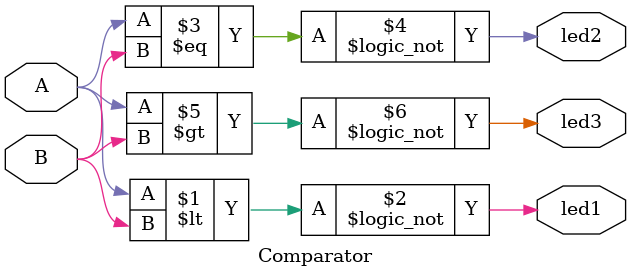
<source format=v>
module Comparator(
input A,
input B,

output led1,
output led2,
output led3
);

assign led1 = !(A < B);
assign led2 = !(A == B);
assign led3 = !(A > B);

endmodule
</source>
